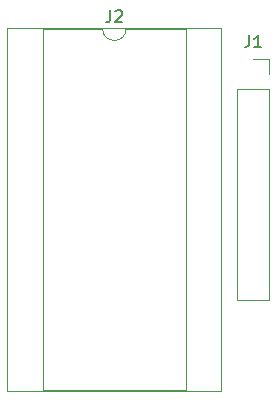
<source format=gto>
%TF.GenerationSoftware,KiCad,Pcbnew,7.0.8*%
%TF.CreationDate,2023-11-29T08:17:28+00:00*%
%TF.ProjectId,ZX Interface 1 ROM Adapter,5a582049-6e74-4657-9266-616365203120,rev?*%
%TF.SameCoordinates,Original*%
%TF.FileFunction,Legend,Top*%
%TF.FilePolarity,Positive*%
%FSLAX46Y46*%
G04 Gerber Fmt 4.6, Leading zero omitted, Abs format (unit mm)*
G04 Created by KiCad (PCBNEW 7.0.8) date 2023-11-29 08:17:28*
%MOMM*%
%LPD*%
G01*
G04 APERTURE LIST*
%ADD10C,0.150000*%
%ADD11C,0.120000*%
G04 APERTURE END LIST*
D10*
X91160666Y-79484319D02*
X91160666Y-80198604D01*
X91160666Y-80198604D02*
X91113047Y-80341461D01*
X91113047Y-80341461D02*
X91017809Y-80436700D01*
X91017809Y-80436700D02*
X90874952Y-80484319D01*
X90874952Y-80484319D02*
X90779714Y-80484319D01*
X91589238Y-79579557D02*
X91636857Y-79531938D01*
X91636857Y-79531938D02*
X91732095Y-79484319D01*
X91732095Y-79484319D02*
X91970190Y-79484319D01*
X91970190Y-79484319D02*
X92065428Y-79531938D01*
X92065428Y-79531938D02*
X92113047Y-79579557D01*
X92113047Y-79579557D02*
X92160666Y-79674795D01*
X92160666Y-79674795D02*
X92160666Y-79770033D01*
X92160666Y-79770033D02*
X92113047Y-79912890D01*
X92113047Y-79912890D02*
X91541619Y-80484319D01*
X91541619Y-80484319D02*
X92160666Y-80484319D01*
X102921366Y-81582319D02*
X102921366Y-82296604D01*
X102921366Y-82296604D02*
X102873747Y-82439461D01*
X102873747Y-82439461D02*
X102778509Y-82534700D01*
X102778509Y-82534700D02*
X102635652Y-82582319D01*
X102635652Y-82582319D02*
X102540414Y-82582319D01*
X103921366Y-82582319D02*
X103349938Y-82582319D01*
X103635652Y-82582319D02*
X103635652Y-81582319D01*
X103635652Y-81582319D02*
X103540414Y-81725176D01*
X103540414Y-81725176D02*
X103445176Y-81820414D01*
X103445176Y-81820414D02*
X103349938Y-81868033D01*
D11*
%TO.C,J2*%
X82434000Y-80969500D02*
X82434000Y-111689500D01*
X82434000Y-111689500D02*
X100554000Y-111689500D01*
X85434000Y-81029500D02*
X85434000Y-111629500D01*
X85434000Y-111629500D02*
X97554000Y-111629500D01*
X90494000Y-81029500D02*
X85434000Y-81029500D01*
X97554000Y-81029500D02*
X92494000Y-81029500D01*
X97554000Y-111629500D02*
X97554000Y-81029500D01*
X100554000Y-80969500D02*
X82434000Y-80969500D01*
X100554000Y-111689500D02*
X100554000Y-80969500D01*
X90494000Y-81029500D02*
G75*
G03*
X92494000Y-81029500I1000000J0D01*
G01*
%TO.C,J1*%
X101924700Y-86167500D02*
X101924700Y-104007500D01*
X101924700Y-86167500D02*
X104584700Y-86167500D01*
X101924700Y-104007500D02*
X104584700Y-104007500D01*
X103254700Y-83567500D02*
X104584700Y-83567500D01*
X104584700Y-83567500D02*
X104584700Y-84897500D01*
X104584700Y-86167500D02*
X104584700Y-104007500D01*
%TD*%
M02*

</source>
